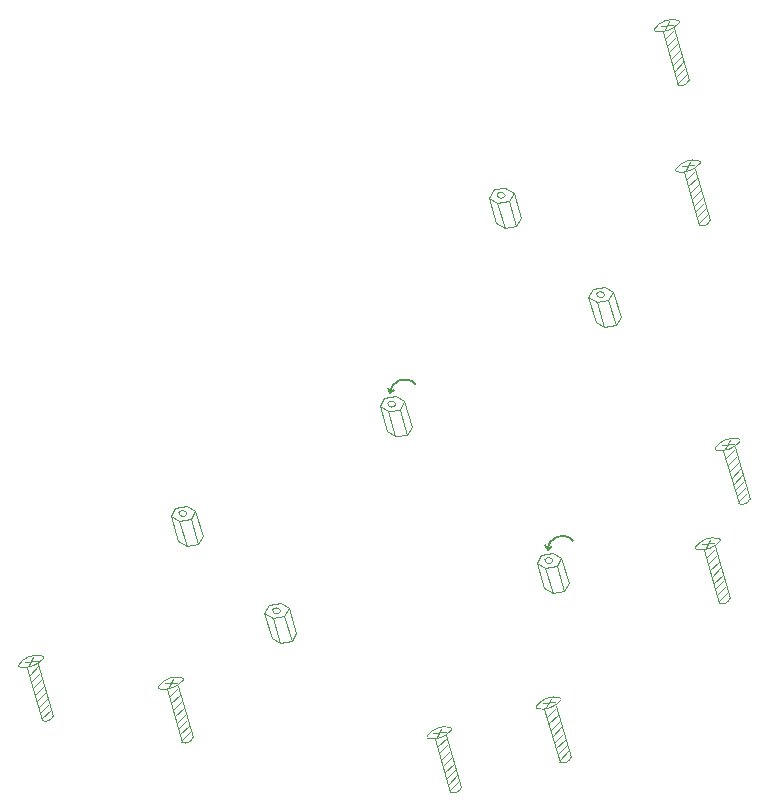
<source format=gto>
G04 #@! TF.GenerationSoftware,KiCad,Pcbnew,8.0.5*
G04 #@! TF.CreationDate,2024-09-18T07:32:08+09:00*
G04 #@! TF.ProjectId,SandyLP_Middle,53616e64-794c-4505-9f4d-6964646c652e,v.0*
G04 #@! TF.SameCoordinates,Original*
G04 #@! TF.FileFunction,Legend,Top*
G04 #@! TF.FilePolarity,Positive*
%FSLAX46Y46*%
G04 Gerber Fmt 4.6, Leading zero omitted, Abs format (unit mm)*
G04 Created by KiCad (PCBNEW 8.0.5) date 2024-09-18 07:32:08*
%MOMM*%
%LPD*%
G01*
G04 APERTURE LIST*
%ADD10C,0.120000*%
%ADD11C,0.060000*%
%ADD12C,0.200000*%
%ADD13C,3.600000*%
%ADD14C,3.000000*%
%ADD15C,5.000000*%
%ADD16C,1.600000*%
%ADD17C,0.800000*%
%ADD18C,4.400000*%
%ADD19C,2.000000*%
G04 APERTURE END LIST*
D10*
X146090959Y-75975452D02*
X146798066Y-76399716D01*
X146090959Y-75975452D02*
X145454563Y-73854131D01*
X146798066Y-76399716D02*
X147788015Y-76258294D01*
X146798066Y-76399716D02*
X146161670Y-74278395D01*
X147788015Y-76258294D02*
X148178335Y-75566025D01*
X147788015Y-76258294D02*
X147151619Y-74136974D01*
X145454563Y-73854131D02*
X146161670Y-74278395D01*
X145454563Y-73854131D02*
X145844883Y-73161862D01*
X146161670Y-74278395D02*
X147151619Y-74136974D01*
X148178335Y-75566025D02*
X147541939Y-73444705D01*
X145844883Y-73161862D02*
X146834832Y-73020441D01*
X147151619Y-74136974D02*
X147541939Y-73444705D01*
X146834832Y-73020441D02*
X147541939Y-73444705D01*
X146142110Y-73590848D02*
G75*
G02*
X146836667Y-73680596I326189J-208086D01*
G01*
X146825145Y-73708928D02*
G75*
G02*
X146144033Y-73624314I-327246J149448D01*
G01*
D11*
X170465142Y-86295618D02*
X171207604Y-85553155D01*
X170323720Y-85800643D02*
X171066182Y-85058181D01*
X170182299Y-85305668D02*
X170924761Y-84563206D01*
X170040878Y-84810693D02*
X170783340Y-84068231D01*
X169864101Y-84280363D02*
X170606563Y-83537901D01*
X169722680Y-83714678D02*
X170465142Y-82972216D01*
X169545903Y-83184348D02*
X170288365Y-82441886D01*
X169404482Y-82618662D02*
X170146944Y-81876200D01*
D10*
X169174672Y-81999944D02*
X170447464Y-86454717D01*
D11*
X169020199Y-81491753D02*
X170080860Y-81421042D01*
D10*
X170129266Y-81681746D02*
X171402058Y-86065808D01*
D11*
X169691951Y-81102844D02*
X169338397Y-81809951D01*
D10*
X171402058Y-86065808D02*
G75*
G02*
X170453531Y-86472915I-646304J197287D01*
G01*
X168624502Y-81968850D02*
G75*
G02*
X168504121Y-81731994I-7136J145393D01*
G01*
X168504121Y-81731994D02*
G75*
G02*
X170458124Y-81004390I1500584J-1042295D01*
G01*
X170566748Y-81234179D02*
G75*
G02*
X168581902Y-81965340I-1645807J1408129D01*
G01*
X170457805Y-81009328D02*
G75*
G02*
X170566748Y-81234179I-9245J-143297D01*
G01*
X173524492Y-49209251D02*
X174231599Y-49633515D01*
X173524492Y-49209251D02*
X172888096Y-47087930D01*
X174231599Y-49633515D02*
X175221548Y-49492093D01*
X174231599Y-49633515D02*
X173595203Y-47512194D01*
X175221548Y-49492093D02*
X175611868Y-48799824D01*
X175221548Y-49492093D02*
X174585152Y-47370773D01*
X172888096Y-47087930D02*
X173595203Y-47512194D01*
X172888096Y-47087930D02*
X173278416Y-46395661D01*
X173595203Y-47512194D02*
X174585152Y-47370773D01*
X175611868Y-48799824D02*
X174975472Y-46678504D01*
X173278416Y-46395661D02*
X174268365Y-46254240D01*
X174585152Y-47370773D02*
X174975472Y-46678504D01*
X174268365Y-46254240D02*
X174975472Y-46678504D01*
X173575643Y-46824647D02*
G75*
G02*
X174270200Y-46914395I326189J-208086D01*
G01*
X174258678Y-46942727D02*
G75*
G02*
X173577566Y-46858113I-327246J149448D01*
G01*
X155844613Y-58470140D02*
X156551720Y-58894404D01*
X155844613Y-58470140D02*
X155208217Y-56348819D01*
X156551720Y-58894404D02*
X157541669Y-58752982D01*
X156551720Y-58894404D02*
X155915324Y-56773083D01*
X157541669Y-58752982D02*
X157931989Y-58060713D01*
X157541669Y-58752982D02*
X156905273Y-56631662D01*
X155208217Y-56348819D02*
X155915324Y-56773083D01*
X155208217Y-56348819D02*
X155598537Y-55656550D01*
X155915324Y-56773083D02*
X156905273Y-56631662D01*
X157931989Y-58060713D02*
X157295593Y-55939393D01*
X155598537Y-55656550D02*
X156588486Y-55515129D01*
X156905273Y-56631662D02*
X157295593Y-55939393D01*
X156588486Y-55515129D02*
X157295593Y-55939393D01*
X155895764Y-56085536D02*
G75*
G02*
X156590321Y-56175284I326189J-208086D01*
G01*
X156578799Y-56203616D02*
G75*
G02*
X155897687Y-56119002I-327246J149448D01*
G01*
X169154309Y-71720089D02*
X169861416Y-72144353D01*
X169154309Y-71720089D02*
X168517913Y-69598768D01*
X169861416Y-72144353D02*
X170851365Y-72002931D01*
X169861416Y-72144353D02*
X169225020Y-70023032D01*
X170851365Y-72002931D02*
X171241685Y-71310662D01*
X170851365Y-72002931D02*
X170214969Y-69881611D01*
X168517913Y-69598768D02*
X169225020Y-70023032D01*
X168517913Y-69598768D02*
X168908233Y-68906499D01*
X169225020Y-70023032D02*
X170214969Y-69881611D01*
X171241685Y-71310662D02*
X170605289Y-69189342D01*
X168908233Y-68906499D02*
X169898182Y-68765078D01*
X170214969Y-69881611D02*
X170605289Y-69189342D01*
X169898182Y-68765078D02*
X170605289Y-69189342D01*
X169205460Y-69335485D02*
G75*
G02*
X169900017Y-69425233I326189J-208086D01*
G01*
X169888495Y-69453565D02*
G75*
G02*
X169207383Y-69368951I-327246J149448D01*
G01*
X138164734Y-67731029D02*
X138871841Y-68155293D01*
X138164734Y-67731029D02*
X137528338Y-65609708D01*
X138871841Y-68155293D02*
X139861790Y-68013871D01*
X138871841Y-68155293D02*
X138235445Y-66033972D01*
X139861790Y-68013871D02*
X140252110Y-67321602D01*
X139861790Y-68013871D02*
X139225394Y-65892551D01*
X137528338Y-65609708D02*
X138235445Y-66033972D01*
X137528338Y-65609708D02*
X137918658Y-64917439D01*
X138235445Y-66033972D02*
X139225394Y-65892551D01*
X140252110Y-67321602D02*
X139615714Y-65200282D01*
X137918658Y-64917439D02*
X138908607Y-64776018D01*
X139225394Y-65892551D02*
X139615714Y-65200282D01*
X138908607Y-64776018D02*
X139615714Y-65200282D01*
X138215885Y-65346425D02*
G75*
G02*
X138910442Y-65436173I326189J-208086D01*
G01*
X138898920Y-65464505D02*
G75*
G02*
X138217808Y-65379891I-327246J149448D01*
G01*
D11*
X138472979Y-84611820D02*
X139215441Y-83869357D01*
X138331557Y-84116845D02*
X139074019Y-83374383D01*
X138190136Y-83621870D02*
X138932598Y-82879408D01*
X138048715Y-83126895D02*
X138791177Y-82384433D01*
X137871938Y-82596565D02*
X138614400Y-81854103D01*
X137730517Y-82030880D02*
X138472979Y-81288418D01*
X137553740Y-81500550D02*
X138296202Y-80758088D01*
X137412319Y-80934864D02*
X138154781Y-80192402D01*
D10*
X137182509Y-80316146D02*
X138455301Y-84770919D01*
D11*
X137028036Y-79807955D02*
X138088697Y-79737244D01*
D10*
X138137103Y-79997948D02*
X139409895Y-84382010D01*
D11*
X137699788Y-79419046D02*
X137346234Y-80126153D01*
D10*
X139409895Y-84382010D02*
G75*
G02*
X138461368Y-84789117I-646304J197287D01*
G01*
X136632339Y-80285052D02*
G75*
G02*
X136511958Y-80048196I-7136J145393D01*
G01*
X136511958Y-80048196D02*
G75*
G02*
X138465961Y-79320592I1500584J-1042295D01*
G01*
X138574585Y-79550381D02*
G75*
G02*
X136589739Y-80281542I-1645807J1408129D01*
G01*
X138465642Y-79325530D02*
G75*
G02*
X138574585Y-79550381I-9245J-143297D01*
G01*
D11*
X183935526Y-72825233D02*
X184677988Y-72082770D01*
X183794104Y-72330258D02*
X184536566Y-71587796D01*
X183652683Y-71835283D02*
X184395145Y-71092821D01*
X183511262Y-71340308D02*
X184253724Y-70597846D01*
X183334485Y-70809978D02*
X184076947Y-70067516D01*
X183193064Y-70244293D02*
X183935526Y-69501831D01*
X183016287Y-69713963D02*
X183758749Y-68971501D01*
X182874866Y-69148277D02*
X183617328Y-68405815D01*
D10*
X182645056Y-68529559D02*
X183917848Y-72984332D01*
D11*
X182490583Y-68021368D02*
X183551244Y-67950657D01*
D10*
X183599650Y-68211361D02*
X184872442Y-72595423D01*
D11*
X183162335Y-67632459D02*
X182808781Y-68339566D01*
D10*
X184872442Y-72595423D02*
G75*
G02*
X183923915Y-73002530I-646304J197287D01*
G01*
X182094886Y-68498465D02*
G75*
G02*
X181974505Y-68261609I-7136J145393D01*
G01*
X181974505Y-68261609D02*
G75*
G02*
X183928508Y-67534005I1500584J-1042295D01*
G01*
X184037132Y-67763794D02*
G75*
G02*
X182052286Y-68494955I-1645807J1408129D01*
G01*
X183928189Y-67538943D02*
G75*
G02*
X184037132Y-67763794I-9245J-143297D01*
G01*
X165105502Y-40790261D02*
X165812609Y-41214525D01*
X165105502Y-40790261D02*
X164469106Y-38668940D01*
X165812609Y-41214525D02*
X166802558Y-41073103D01*
X165812609Y-41214525D02*
X165176213Y-39093204D01*
X166802558Y-41073103D02*
X167192878Y-40380834D01*
X166802558Y-41073103D02*
X166166162Y-38951783D01*
X164469106Y-38668940D02*
X165176213Y-39093204D01*
X164469106Y-38668940D02*
X164859426Y-37976671D01*
X165176213Y-39093204D02*
X166166162Y-38951783D01*
X167192878Y-40380834D02*
X166556482Y-38259514D01*
X164859426Y-37976671D02*
X165849375Y-37835250D01*
X166166162Y-38951783D02*
X166556482Y-38259514D01*
X165849375Y-37835250D02*
X166556482Y-38259514D01*
X165156653Y-38405657D02*
G75*
G02*
X165851210Y-38495405I326189J-208086D01*
G01*
X165839688Y-38523737D02*
G75*
G02*
X165158576Y-38439123I-327246J149448D01*
G01*
D12*
X156119713Y-55256539D02*
X155891981Y-54814598D01*
X156119713Y-55256539D02*
X156457666Y-54956019D01*
X156119713Y-55256539D02*
G75*
G02*
X158243112Y-54478721I1204160J-1D01*
G01*
D11*
X126646438Y-82764592D02*
X127388900Y-82022129D01*
X126505016Y-82269617D02*
X127247478Y-81527155D01*
X126363595Y-81774642D02*
X127106057Y-81032180D01*
X126222174Y-81279667D02*
X126964636Y-80537205D01*
X126045397Y-80749337D02*
X126787859Y-80006875D01*
X125903976Y-80183652D02*
X126646438Y-79441190D01*
X125727199Y-79653322D02*
X126469661Y-78910860D01*
X125585778Y-79087636D02*
X126328240Y-78345174D01*
D10*
X125355968Y-78468918D02*
X126628760Y-82923691D01*
D11*
X125201495Y-77960727D02*
X126262156Y-77890016D01*
D10*
X126310562Y-78150720D02*
X127583354Y-82534782D01*
D11*
X125873247Y-77571818D02*
X125519693Y-78278925D01*
D10*
X127583354Y-82534782D02*
G75*
G02*
X126634827Y-82941889I-646304J197287D01*
G01*
X124805798Y-78437824D02*
G75*
G02*
X124685417Y-78200968I-7136J145393D01*
G01*
X124685417Y-78200968D02*
G75*
G02*
X126639420Y-77473364I1500584J-1042295D01*
G01*
X126748044Y-77703153D02*
G75*
G02*
X124763198Y-78434314I-1645807J1408129D01*
G01*
X126639101Y-77478302D02*
G75*
G02*
X126748044Y-77703153I-9245J-143297D01*
G01*
D11*
X180466237Y-28944792D02*
X181208699Y-28202329D01*
X180324815Y-28449817D02*
X181067277Y-27707355D01*
X180183394Y-27954842D02*
X180925856Y-27212380D01*
X180041973Y-27459867D02*
X180784435Y-26717405D01*
X179865196Y-26929537D02*
X180607658Y-26187075D01*
X179723775Y-26363852D02*
X180466237Y-25621390D01*
X179546998Y-25833522D02*
X180289460Y-25091060D01*
X179405577Y-25267836D02*
X180148039Y-24525374D01*
D10*
X179175767Y-24649118D02*
X180448559Y-29103891D01*
D11*
X179021294Y-24140927D02*
X180081955Y-24070216D01*
D10*
X180130361Y-24330920D02*
X181403153Y-28714982D01*
D11*
X179693046Y-23752018D02*
X179339492Y-24459125D01*
D10*
X181403153Y-28714982D02*
G75*
G02*
X180454626Y-29122089I-646304J197287D01*
G01*
X178625597Y-24618024D02*
G75*
G02*
X178505216Y-24381168I-7136J145393D01*
G01*
X178505216Y-24381168D02*
G75*
G02*
X180459219Y-23653564I1500584J-1042295D01*
G01*
X180567843Y-23883353D02*
G75*
G02*
X178582997Y-24614514I-1645807J1408129D01*
G01*
X180458900Y-23658502D02*
G75*
G02*
X180567843Y-23883353I-9245J-143297D01*
G01*
D12*
X169457515Y-68514791D02*
X169229783Y-68072850D01*
X169457515Y-68514791D02*
X169795468Y-68214271D01*
X169457515Y-68514791D02*
G75*
G02*
X171580914Y-67736973I1204160J-1D01*
G01*
D11*
X161204253Y-88821315D02*
X161946715Y-88078852D01*
X161062831Y-88326340D02*
X161805293Y-87583878D01*
X160921410Y-87831365D02*
X161663872Y-87088903D01*
X160779989Y-87336390D02*
X161522451Y-86593928D01*
X160603212Y-86806060D02*
X161345674Y-86063598D01*
X160461791Y-86240375D02*
X161204253Y-85497913D01*
X160285014Y-85710045D02*
X161027476Y-84967583D01*
X160143593Y-85144359D02*
X160886055Y-84401897D01*
D10*
X159913783Y-84525641D02*
X161186575Y-88980414D01*
D11*
X159759310Y-84017450D02*
X160819971Y-83946739D01*
D10*
X160868377Y-84207443D02*
X162141169Y-88591505D01*
D11*
X160431062Y-83628541D02*
X160077508Y-84335648D01*
D10*
X162141169Y-88591505D02*
G75*
G02*
X161192642Y-88998612I-646304J197287D01*
G01*
X159363613Y-84494547D02*
G75*
G02*
X159243232Y-84257691I-7136J145393D01*
G01*
X159243232Y-84257691D02*
G75*
G02*
X161197235Y-83530087I1500584J-1042295D01*
G01*
X161305859Y-83759876D02*
G75*
G02*
X159321013Y-84491037I-1645807J1408129D01*
G01*
X161196916Y-83535025D02*
G75*
G02*
X161305859Y-83759876I-9245J-143297D01*
G01*
D11*
X182251728Y-40833071D02*
X182994190Y-40090608D01*
X182110306Y-40338096D02*
X182852768Y-39595634D01*
X181968885Y-39843121D02*
X182711347Y-39100659D01*
X181827464Y-39348146D02*
X182569926Y-38605684D01*
X181650687Y-38817816D02*
X182393149Y-38075354D01*
X181509266Y-38252131D02*
X182251728Y-37509669D01*
X181332489Y-37721801D02*
X182074951Y-36979339D01*
X181191068Y-37156115D02*
X181933530Y-36413653D01*
D10*
X180961258Y-36537397D02*
X182234050Y-40992170D01*
D11*
X180806785Y-36029206D02*
X181867446Y-35958495D01*
D10*
X181915852Y-36219199D02*
X183188644Y-40603261D01*
D11*
X181478537Y-35640297D02*
X181124983Y-36347404D01*
D10*
X183188644Y-40603261D02*
G75*
G02*
X182240117Y-41010368I-646304J197287D01*
G01*
X180411088Y-36506303D02*
G75*
G02*
X180290707Y-36269447I-7136J145393D01*
G01*
X180290707Y-36269447D02*
G75*
G02*
X182244710Y-35541843I1500584J-1042295D01*
G01*
X182353334Y-35771632D02*
G75*
G02*
X180368488Y-36502793I-1645807J1408129D01*
G01*
X182244391Y-35546781D02*
G75*
G02*
X182353334Y-35771632I-9245J-143297D01*
G01*
D11*
X185619324Y-64406243D02*
X186361786Y-63663780D01*
X185477902Y-63911268D02*
X186220364Y-63168806D01*
X185336481Y-63416293D02*
X186078943Y-62673831D01*
X185195060Y-62921318D02*
X185937522Y-62178856D01*
X185018283Y-62390988D02*
X185760745Y-61648526D01*
X184876862Y-61825303D02*
X185619324Y-61082841D01*
X184700085Y-61294973D02*
X185442547Y-60552511D01*
X184558664Y-60729287D02*
X185301126Y-59986825D01*
D10*
X184328854Y-60110569D02*
X185601646Y-64565342D01*
D11*
X184174381Y-59602378D02*
X185235042Y-59531667D01*
D10*
X185283448Y-59792371D02*
X186556240Y-64176433D01*
D11*
X184846133Y-59213469D02*
X184492579Y-59920576D01*
D10*
X186556240Y-64176433D02*
G75*
G02*
X185607713Y-64583540I-646304J197287D01*
G01*
X183778684Y-60079475D02*
G75*
G02*
X183658303Y-59842619I-7136J145393D01*
G01*
X183658303Y-59842619D02*
G75*
G02*
X185612306Y-59115015I1500584J-1042295D01*
G01*
X185720930Y-59344804D02*
G75*
G02*
X183736084Y-60075965I-1645807J1408129D01*
G01*
X185611987Y-59119953D02*
G75*
G02*
X185720930Y-59344804I-9245J-143297D01*
G01*
%LPC*%
D13*
X176140787Y-22834167D03*
X184559777Y-36304552D03*
D14*
X192936783Y-73641999D03*
D15*
X193820666Y-67454815D03*
D14*
X198027951Y-71662100D03*
D16*
X193714600Y-60277681D03*
D13*
X187927373Y-59877724D03*
D14*
X186201591Y-26495654D03*
D15*
X187085474Y-20308470D03*
D14*
X191292759Y-24515755D03*
D16*
X186979408Y-13131336D03*
D14*
X145808145Y-93865281D03*
D15*
X146692028Y-87678097D03*
D14*
X150899313Y-91885382D03*
D16*
X146585962Y-80500963D03*
D17*
X142590809Y-95173429D03*
X144570708Y-97153328D03*
D14*
X186201591Y-53436423D03*
D15*
X187085474Y-47249239D03*
D14*
X191292759Y-51456524D03*
D16*
X186979408Y-40072105D03*
D13*
X173615090Y-87660391D03*
X158460908Y-89344189D03*
X187085474Y-74190007D03*
D14*
X118849670Y-93847575D03*
D15*
X119733553Y-87660391D03*
D14*
X123940838Y-91867676D03*
D16*
X119627487Y-80483257D03*
D17*
X115632334Y-95155723D03*
X117612233Y-97135622D03*
D13*
X122259250Y-76715704D03*
X135729635Y-85134694D03*
D14*
X165996015Y-100582767D03*
D15*
X166879898Y-94395583D03*
D14*
X171087183Y-98602868D03*
D16*
X166773832Y-87218449D03*
D17*
X162778679Y-101890915D03*
X164758578Y-103870814D03*
D14*
X179466399Y-87112383D03*
D15*
X180350282Y-80925199D03*
D14*
X184557567Y-85132484D03*
D16*
X180244216Y-73748065D03*
D13*
X149200019Y-71664310D03*
D18*
X149200019Y-71664310D03*
X153409514Y-53984431D03*
X166879898Y-67454815D03*
D19*
X166879898Y-80925199D03*
X165196100Y-55668229D03*
D13*
X135729635Y-63245320D03*
D18*
X135729635Y-63245320D03*
D19*
X176982686Y-53984431D03*
X155093312Y-65771017D03*
D13*
X162670403Y-36304552D03*
D18*
X162670403Y-36304552D03*
D13*
X171089393Y-49774936D03*
D18*
X171089393Y-49774936D03*
D19*
X131520140Y-72506209D03*
X180350282Y-67454815D03*
X160144706Y-60719623D03*
X171931292Y-32095057D03*
%LPD*%
M02*

</source>
